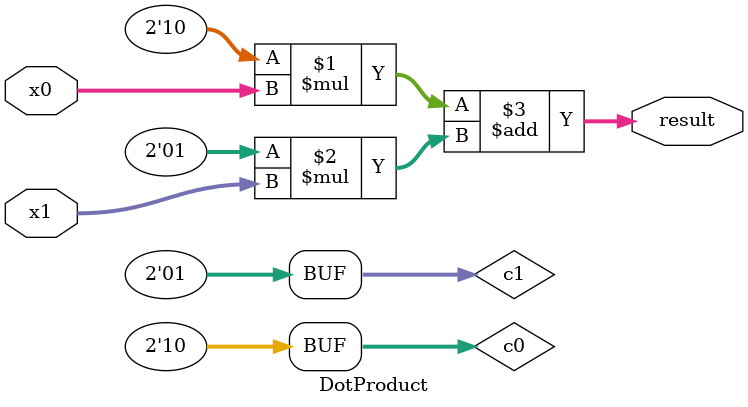
<source format=sv>

module DotProduct(
    input signed [1:0] x0,
    input signed [1:0] x1,
    output signed [3:0] result
);
    logic signed [1:0] c0 = -2;
    logic signed [1:0] c1 = 1;
    assign result = c0 * x0 + c1 * x1;


endmodule

// CHECK: module DotProduct(result, x0, x1);
// CHECK:   CFGLUT5 #(
// CHECK: endmodule

</source>
